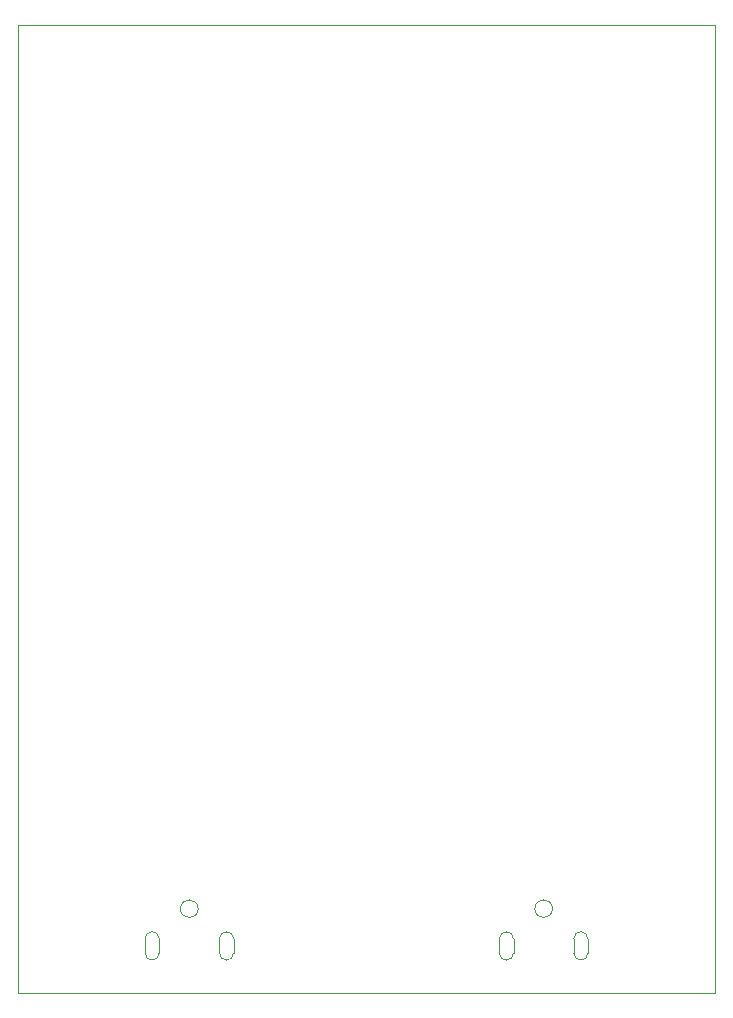
<source format=gko>
%TF.GenerationSoftware,KiCad,Pcbnew,8.0.3*%
%TF.CreationDate,2024-07-24T15:17:42-06:00*%
%TF.ProjectId,SparkFun_IoT_Node_LoRaWAN,53706172-6b46-4756-9e5f-496f545f4e6f,v02*%
%TF.SameCoordinates,Original*%
%TF.FileFunction,Soldermask,Bot*%
%TF.FilePolarity,Negative*%
%FSLAX46Y46*%
G04 Gerber Fmt 4.6, Leading zero omitted, Abs format (unit mm)*
G04 Created by KiCad (PCBNEW 8.0.3) date 2024-07-24 15:17:42*
%MOMM*%
%LPD*%
G01*
G04 APERTURE LIST*
%TA.AperFunction,Profile*%
%ADD10C,0.100000*%
%TD*%
%TA.AperFunction,Profile*%
%ADD11C,0.050000*%
%TD*%
G04 APERTURE END LIST*
D10*
X-29500000Y41000000D02*
X29500000Y41000000D01*
X29500000Y-41000000D01*
X-29500000Y-41000000D01*
X-29500000Y41000000D01*
D11*
%TO.C,REF\u002A\u002A*%
X-11250000Y-36400000D02*
X-11250000Y-37600000D01*
X-17550000Y-36400000D02*
X-17550000Y-37600000D01*
X-12450000Y-37600000D02*
X-12450000Y-36400000D01*
X-18750000Y-37600000D02*
X-18750000Y-36400000D01*
X-12450000Y-36400000D02*
G75*
G02*
X-11250000Y-36400000I600000J0D01*
G01*
X-18750000Y-36400000D02*
G75*
G02*
X-17550000Y-36400000I600000J0D01*
G01*
X-11250000Y-37600000D02*
G75*
G02*
X-12450000Y-37600000I-600000J0D01*
G01*
X-17550000Y-37600000D02*
G75*
G02*
X-18750000Y-37600000I-600000J0D01*
G01*
X-14250000Y-33850000D02*
G75*
G02*
X-15750000Y-33850000I-750000J0D01*
G01*
X-15750000Y-33850000D02*
G75*
G02*
X-14250000Y-33850000I750000J0D01*
G01*
X18750000Y-36400000D02*
X18750000Y-37600000D01*
X12450000Y-36400000D02*
X12450000Y-37600000D01*
X17550000Y-37600000D02*
X17550000Y-36400000D01*
X11250000Y-37600000D02*
X11250000Y-36400000D01*
X17550000Y-36400000D02*
G75*
G02*
X18750000Y-36400000I600000J0D01*
G01*
X11250000Y-36400000D02*
G75*
G02*
X12450000Y-36400000I600000J0D01*
G01*
X18750000Y-37600000D02*
G75*
G02*
X17550000Y-37600000I-600000J0D01*
G01*
X12450000Y-37600000D02*
G75*
G02*
X11250000Y-37600000I-600000J0D01*
G01*
X15750000Y-33850000D02*
G75*
G02*
X14250000Y-33850000I-750000J0D01*
G01*
X14250000Y-33850000D02*
G75*
G02*
X15750000Y-33850000I750000J0D01*
G01*
%TD*%
M02*

</source>
